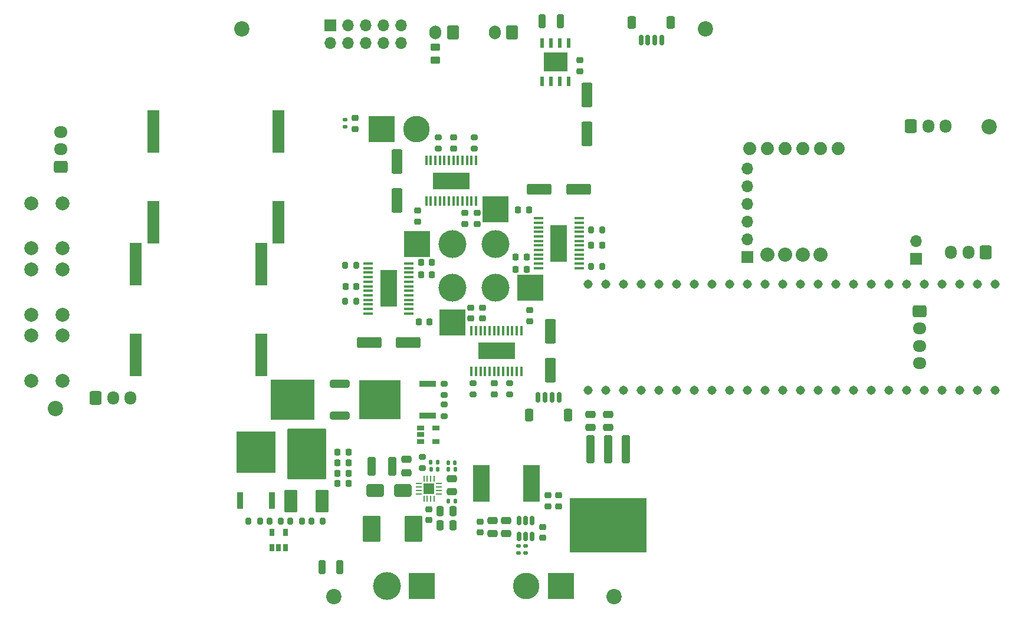
<source format=gbr>
%TF.GenerationSoftware,KiCad,Pcbnew,7.0.8*%
%TF.CreationDate,2023-11-18T19:30:01+11:00*%
%TF.ProjectId,Main 4.3,4d61696e-2034-42e3-932e-6b696361645f,rev?*%
%TF.SameCoordinates,Original*%
%TF.FileFunction,Soldermask,Top*%
%TF.FilePolarity,Negative*%
%FSLAX46Y46*%
G04 Gerber Fmt 4.6, Leading zero omitted, Abs format (unit mm)*
G04 Created by KiCad (PCBNEW 7.0.8) date 2023-11-18 19:30:01*
%MOMM*%
%LPD*%
G01*
G04 APERTURE LIST*
G04 Aperture macros list*
%AMRoundRect*
0 Rectangle with rounded corners*
0 $1 Rounding radius*
0 $2 $3 $4 $5 $6 $7 $8 $9 X,Y pos of 4 corners*
0 Add a 4 corners polygon primitive as box body*
4,1,4,$2,$3,$4,$5,$6,$7,$8,$9,$2,$3,0*
0 Add four circle primitives for the rounded corners*
1,1,$1+$1,$2,$3*
1,1,$1+$1,$4,$5*
1,1,$1+$1,$6,$7*
1,1,$1+$1,$8,$9*
0 Add four rect primitives between the rounded corners*
20,1,$1+$1,$2,$3,$4,$5,0*
20,1,$1+$1,$4,$5,$6,$7,0*
20,1,$1+$1,$6,$7,$8,$9,0*
20,1,$1+$1,$8,$9,$2,$3,0*%
G04 Aperture macros list end*
%ADD10R,1.796999X6.191199*%
%ADD11RoundRect,0.200000X0.275000X-0.200000X0.275000X0.200000X-0.275000X0.200000X-0.275000X-0.200000X0*%
%ADD12RoundRect,0.250000X-0.475000X0.250000X-0.475000X-0.250000X0.475000X-0.250000X0.475000X0.250000X0*%
%ADD13R,3.800000X3.800000*%
%ADD14C,3.800000*%
%ADD15RoundRect,0.225000X-0.250000X0.225000X-0.250000X-0.225000X0.250000X-0.225000X0.250000X0.225000X0*%
%ADD16RoundRect,0.250000X0.450000X-0.262500X0.450000X0.262500X-0.450000X0.262500X-0.450000X-0.262500X0*%
%ADD17RoundRect,0.250000X1.500000X0.550000X-1.500000X0.550000X-1.500000X-0.550000X1.500000X-0.550000X0*%
%ADD18R,1.700000X1.700000*%
%ADD19O,1.700000X1.700000*%
%ADD20RoundRect,0.250000X-0.250000X-0.750000X0.250000X-0.750000X0.250000X0.750000X-0.250000X0.750000X0*%
%ADD21C,2.200000*%
%ADD22RoundRect,0.330000X1.092000X0.247000X-1.092000X0.247000X-1.092000X-0.247000X1.092000X-0.247000X0*%
%ADD23RoundRect,0.102000X3.045000X2.815000X-3.045000X2.815000X-3.045000X-2.815000X3.045000X-2.815000X0*%
%ADD24RoundRect,0.225000X-0.225000X-0.250000X0.225000X-0.250000X0.225000X0.250000X-0.225000X0.250000X0*%
%ADD25RoundRect,0.225000X0.225000X0.250000X-0.225000X0.250000X-0.225000X-0.250000X0.225000X-0.250000X0*%
%ADD26C,2.000000*%
%ADD27RoundRect,0.150000X-0.150000X0.512500X-0.150000X-0.512500X0.150000X-0.512500X0.150000X0.512500X0*%
%ADD28RoundRect,0.250000X-1.000000X-0.650000X1.000000X-0.650000X1.000000X0.650000X-1.000000X0.650000X0*%
%ADD29RoundRect,0.250000X0.325000X1.100000X-0.325000X1.100000X-0.325000X-1.100000X0.325000X-1.100000X0*%
%ADD30RoundRect,0.200000X-0.275000X0.200000X-0.275000X-0.200000X0.275000X-0.200000X0.275000X0.200000X0*%
%ADD31RoundRect,0.250000X0.475000X-0.250000X0.475000X0.250000X-0.475000X0.250000X-0.475000X-0.250000X0*%
%ADD32RoundRect,0.225000X0.250000X-0.225000X0.250000X0.225000X-0.250000X0.225000X-0.250000X-0.225000X0*%
%ADD33RoundRect,0.250000X-0.600000X-0.725000X0.600000X-0.725000X0.600000X0.725000X-0.600000X0.725000X0*%
%ADD34O,1.700000X1.950000*%
%ADD35RoundRect,0.250000X0.250000X0.475000X-0.250000X0.475000X-0.250000X-0.475000X0.250000X-0.475000X0*%
%ADD36RoundRect,0.250000X-0.550000X1.500000X-0.550000X-1.500000X0.550000X-1.500000X0.550000X1.500000X0*%
%ADD37C,1.879600*%
%ADD38C,2.032000*%
%ADD39RoundRect,0.140000X-0.140000X-0.170000X0.140000X-0.170000X0.140000X0.170000X-0.140000X0.170000X0*%
%ADD40RoundRect,0.200000X0.200000X0.275000X-0.200000X0.275000X-0.200000X-0.275000X0.200000X-0.275000X0*%
%ADD41RoundRect,0.135000X-0.185000X0.135000X-0.185000X-0.135000X0.185000X-0.135000X0.185000X0.135000X0*%
%ADD42RoundRect,0.200000X-0.200000X-0.275000X0.200000X-0.275000X0.200000X0.275000X-0.200000X0.275000X0*%
%ADD43R,3.403600X2.717800*%
%ADD44R,0.558800X1.460500*%
%ADD45RoundRect,0.135000X-0.135000X-0.185000X0.135000X-0.185000X0.135000X0.185000X-0.135000X0.185000X0*%
%ADD46RoundRect,0.250000X0.725000X-0.600000X0.725000X0.600000X-0.725000X0.600000X-0.725000X-0.600000X0*%
%ADD47O,1.950000X1.700000*%
%ADD48RoundRect,0.250000X0.600000X0.725000X-0.600000X0.725000X-0.600000X-0.725000X0.600000X-0.725000X0*%
%ADD49R,2.413000X5.283200*%
%ADD50R,1.461999X0.354800*%
%ADD51R,0.939800X2.489200*%
%ADD52R,5.562600X5.918200*%
%ADD53R,5.283200X2.413000*%
%ADD54R,0.354800X1.461999*%
%ADD55C,4.000000*%
%ADD56RoundRect,0.150000X-0.150000X-0.625000X0.150000X-0.625000X0.150000X0.625000X-0.150000X0.625000X0*%
%ADD57RoundRect,0.250000X-0.350000X-0.650000X0.350000X-0.650000X0.350000X0.650000X-0.350000X0.650000X0*%
%ADD58R,0.700000X1.000000*%
%ADD59RoundRect,0.102000X1.175000X1.750000X-1.175000X1.750000X-1.175000X-1.750000X1.175000X-1.750000X0*%
%ADD60RoundRect,0.250000X0.550000X-1.500000X0.550000X1.500000X-0.550000X1.500000X-0.550000X-1.500000X0*%
%ADD61RoundRect,0.102000X-0.800100X-1.498600X0.800100X-1.498600X0.800100X1.498600X-0.800100X1.498600X0*%
%ADD62RoundRect,0.102000X-2.725800X-3.500000X2.725800X-3.500000X2.725800X3.500000X-2.725800X3.500000X0*%
%ADD63R,1.000000X0.700000*%
%ADD64R,2.489200X0.939800*%
%ADD65R,5.918200X5.562600*%
%ADD66RoundRect,0.150000X0.150000X0.625000X-0.150000X0.625000X-0.150000X-0.625000X0.150000X-0.625000X0*%
%ADD67RoundRect,0.250000X0.350000X0.650000X-0.350000X0.650000X-0.350000X-0.650000X0.350000X-0.650000X0*%
%ADD68C,1.308000*%
%ADD69RoundRect,0.218750X0.256250X-0.218750X0.256250X0.218750X-0.256250X0.218750X-0.256250X-0.218750X0*%
%ADD70R,2.413000X5.334000*%
%ADD71RoundRect,0.220800X-0.376200X1.776200X-0.376200X-1.776200X0.376200X-1.776200X0.376200X1.776200X0*%
%ADD72RoundRect,0.102000X-5.420000X3.810000X-5.420000X-3.810000X5.420000X-3.810000X5.420000X3.810000X0*%
%ADD73RoundRect,0.135000X0.185000X-0.135000X0.185000X0.135000X-0.185000X0.135000X-0.185000X-0.135000X0*%
%ADD74RoundRect,0.250000X-0.250000X-0.475000X0.250000X-0.475000X0.250000X0.475000X-0.250000X0.475000X0*%
%ADD75R,1.600000X1.600000*%
%ADD76RoundRect,0.062500X0.375000X-0.062500X0.375000X0.062500X-0.375000X0.062500X-0.375000X-0.062500X0*%
%ADD77RoundRect,0.062500X0.062500X-0.375000X0.062500X0.375000X-0.062500X0.375000X-0.062500X-0.375000X0*%
%ADD78RoundRect,0.250000X-1.500000X-0.550000X1.500000X-0.550000X1.500000X0.550000X-1.500000X0.550000X0*%
%ADD79RoundRect,0.250000X0.600000X0.750000X-0.600000X0.750000X-0.600000X-0.750000X0.600000X-0.750000X0*%
%ADD80O,1.700000X2.000000*%
%ADD81RoundRect,0.250000X-0.725000X0.600000X-0.725000X-0.600000X0.725000X-0.600000X0.725000X0.600000X0*%
G04 APERTURE END LIST*
D10*
%TO.C,C30*%
X104000000Y-130739700D03*
X104000000Y-143760300D03*
%TD*%
D11*
%TO.C,R20*%
X145750000Y-168575000D03*
X145750000Y-166925000D03*
%TD*%
D12*
%TO.C,C19*%
X140337500Y-177800000D03*
X140337500Y-179700000D03*
%TD*%
D13*
%TO.C,J1*%
X162500000Y-196000000D03*
D14*
X157500000Y-196000000D03*
%TD*%
D15*
%TO.C,C120*%
X141975000Y-142075000D03*
X141975000Y-143625000D03*
%TD*%
D16*
%TO.C,R13*%
X144500000Y-120412500D03*
X144500000Y-118587500D03*
%TD*%
D17*
%TO.C,C113*%
X140579000Y-161025000D03*
X134979000Y-161025000D03*
%TD*%
D18*
%TO.C,J7*%
X213500000Y-149025000D03*
D19*
X213500000Y-146485000D03*
%TD*%
D20*
%TO.C,J15*%
X159850000Y-114900000D03*
%TD*%
D21*
%TO.C,H6*%
X90000000Y-170500000D03*
%TD*%
D22*
%TO.C,D3*%
X130740000Y-171536000D03*
D23*
X123990000Y-169250000D03*
D22*
X130740000Y-166964000D03*
%TD*%
D24*
%TO.C,C26*%
X130464400Y-181266352D03*
X132014400Y-181266352D03*
%TD*%
D11*
%TO.C,R111*%
X144875000Y-133175000D03*
X144875000Y-131525000D03*
%TD*%
D25*
%TO.C,C27*%
X132014400Y-179766352D03*
X130464400Y-179766352D03*
%TD*%
%TO.C,C29*%
X132014400Y-176766352D03*
X130464400Y-176766352D03*
%TD*%
D26*
%TO.C,SW2*%
X86500000Y-157000000D03*
X86500000Y-150500000D03*
X91000000Y-157000000D03*
X91000000Y-150500000D03*
%TD*%
D27*
%TO.C,U1*%
X158384750Y-186612500D03*
X157434750Y-186612500D03*
X156484750Y-186612500D03*
X156484750Y-188887500D03*
X157434750Y-188887500D03*
X158384750Y-188887500D03*
%TD*%
D12*
%TO.C,C4*%
X154684750Y-186550000D03*
X154684750Y-188450000D03*
%TD*%
D24*
%TO.C,C114*%
X142425000Y-151275000D03*
X143975000Y-151275000D03*
%TD*%
D25*
%TO.C,C105*%
X157925000Y-141975000D03*
X156375000Y-141975000D03*
%TD*%
D28*
%TO.C,D1*%
X135837500Y-182250000D03*
X139837500Y-182250000D03*
%TD*%
D29*
%TO.C,C18*%
X138312500Y-178750000D03*
X135362500Y-178750000D03*
%TD*%
D30*
%TO.C,R112*%
X150075000Y-131525000D03*
X150075000Y-133175000D03*
%TD*%
D31*
%TO.C,C7*%
X166750000Y-173200000D03*
X166750000Y-171300000D03*
%TD*%
D32*
%TO.C,C9*%
X143587500Y-186525000D03*
X143587500Y-184975000D03*
%TD*%
D33*
%TO.C,J18*%
X95750000Y-168975000D03*
D34*
X98250000Y-168975000D03*
X100750000Y-168975000D03*
%TD*%
D35*
%TO.C,C12*%
X147037500Y-185250000D03*
X145137500Y-185250000D03*
%TD*%
D15*
%TO.C,C13*%
X162184750Y-182975000D03*
X162184750Y-184525000D03*
%TD*%
D36*
%TO.C,C108*%
X161025000Y-159421000D03*
X161025000Y-165021000D03*
%TD*%
D21*
%TO.C,H9*%
X183300000Y-116000000D03*
%TD*%
D10*
%TO.C,C32*%
X119500000Y-162760300D03*
X119500000Y-149739700D03*
%TD*%
D37*
%TO.C,U4*%
X202350000Y-133130000D03*
X199810000Y-133130000D03*
X197270000Y-133130000D03*
X194730000Y-133130000D03*
X192190000Y-133130000D03*
X189650000Y-133130000D03*
D38*
X199810000Y-148370000D03*
X197270000Y-148370000D03*
X194730000Y-148370000D03*
X192190000Y-148370000D03*
%TD*%
D39*
%TO.C,C5*%
X143857500Y-179225000D03*
X144817500Y-179225000D03*
%TD*%
D11*
%TO.C,R106*%
X149925000Y-168475000D03*
X149925000Y-166825000D03*
%TD*%
D10*
%TO.C,C33*%
X101500000Y-162760300D03*
X101500000Y-149739700D03*
%TD*%
D40*
%TO.C,R103*%
X168475000Y-150075000D03*
X166825000Y-150075000D03*
%TD*%
D41*
%TO.C,R5*%
X156434750Y-190240000D03*
X156434750Y-191260000D03*
%TD*%
D33*
%TO.C,J16*%
X212750000Y-129975000D03*
D34*
X215250000Y-129975000D03*
X217750000Y-129975000D03*
%TD*%
D42*
%TO.C,R42*%
X120675000Y-186625452D03*
X122325000Y-186625452D03*
%TD*%
D20*
%TO.C,J3*%
X128250000Y-193250000D03*
%TD*%
D39*
%TO.C,C11*%
X146357500Y-178250000D03*
X147317500Y-178250000D03*
%TD*%
D26*
%TO.C,SW1*%
X86500000Y-147500000D03*
X86500000Y-141000000D03*
X91000000Y-147500000D03*
X91000000Y-141000000D03*
%TD*%
D25*
%TO.C,C102*%
X157575000Y-150475000D03*
X156025000Y-150475000D03*
%TD*%
D32*
%TO.C,C107*%
X149525000Y-157575000D03*
X149525000Y-156025000D03*
%TD*%
D43*
%TO.C,U12*%
X161750000Y-120750000D03*
D44*
X159845000Y-118025850D03*
X161115000Y-118025850D03*
X162385000Y-118025850D03*
X163655000Y-118025850D03*
X163655000Y-123474150D03*
X162385000Y-123474150D03*
X161115000Y-123474150D03*
X159845000Y-123474150D03*
%TD*%
D45*
%TO.C,R9*%
X143827500Y-178225000D03*
X144847500Y-178225000D03*
%TD*%
D32*
%TO.C,C110*%
X158025000Y-157925000D03*
X158025000Y-156375000D03*
%TD*%
D15*
%TO.C,C119*%
X148725000Y-142425000D03*
X148725000Y-143975000D03*
%TD*%
D46*
%TO.C,J19*%
X90725000Y-135750000D03*
D47*
X90725000Y-133250000D03*
X90725000Y-130750000D03*
%TD*%
D30*
%TO.C,R105*%
X155125000Y-166825000D03*
X155125000Y-168475000D03*
%TD*%
D42*
%TO.C,R41*%
X117675000Y-186625452D03*
X119325000Y-186625452D03*
%TD*%
D48*
%TO.C,J17*%
X223500000Y-148025000D03*
D34*
X221000000Y-148025000D03*
X218500000Y-148025000D03*
%TD*%
D15*
%TO.C,C117*%
X150475000Y-142425000D03*
X150475000Y-143975000D03*
%TD*%
D30*
%TO.C,R8*%
X142587500Y-177425000D03*
X142587500Y-179075000D03*
%TD*%
D49*
%TO.C,U101*%
X162221000Y-146750001D03*
D50*
X159300000Y-150325000D03*
X159300000Y-149674999D03*
X159300000Y-149025000D03*
X159300000Y-148374999D03*
X159300000Y-147725000D03*
X159300000Y-147074999D03*
X159300000Y-146425000D03*
X159300000Y-145775002D03*
X159300000Y-145125000D03*
X159300000Y-144475002D03*
X159300000Y-143825001D03*
X159300000Y-143175002D03*
X165142000Y-143175002D03*
X165142000Y-143825003D03*
X165142000Y-144475002D03*
X165142000Y-145125003D03*
X165142000Y-145775002D03*
X165142000Y-146425003D03*
X165142000Y-147075002D03*
X165142000Y-147725003D03*
X165142000Y-148375002D03*
X165142000Y-149025003D03*
X165142000Y-149675001D03*
X165142000Y-150325000D03*
%TD*%
D51*
%TO.C,Q3*%
X116427300Y-183672752D03*
D52*
X118713300Y-176751252D03*
D51*
X120999300Y-183672752D03*
%TD*%
D40*
%TO.C,R108*%
X133175000Y-155125000D03*
X131525000Y-155125000D03*
%TD*%
D31*
%TO.C,C3*%
X169250000Y-173200000D03*
X169250000Y-171300000D03*
%TD*%
D15*
%TO.C,C52*%
X165250000Y-120475000D03*
X165250000Y-122025000D03*
%TD*%
D40*
%TO.C,R43*%
X128325000Y-186625452D03*
X126675000Y-186625452D03*
%TD*%
D20*
%TO.C,J4*%
X130750000Y-193250000D03*
%TD*%
D15*
%TO.C,C116*%
X147075000Y-131575000D03*
X147075000Y-133125000D03*
%TD*%
D18*
%TO.C,J8*%
X129450000Y-115460000D03*
D19*
X129450000Y-118000000D03*
X131990000Y-115460000D03*
X131990000Y-118000000D03*
X134530000Y-115460000D03*
X134530000Y-118000000D03*
X137070000Y-115460000D03*
X137070000Y-118000000D03*
X139610000Y-115460000D03*
X139610000Y-118000000D03*
%TD*%
D21*
%TO.C,H1*%
X224000000Y-130000000D03*
%TD*%
D53*
%TO.C,U102*%
X153249999Y-162221000D03*
D54*
X149675000Y-159300000D03*
X150325001Y-159300000D03*
X150975000Y-159300000D03*
X151625001Y-159300000D03*
X152275000Y-159300000D03*
X152925001Y-159300000D03*
X153575000Y-159300000D03*
X154224998Y-159300000D03*
X154875000Y-159300000D03*
X155524998Y-159300000D03*
X156174999Y-159300000D03*
X156824998Y-159300000D03*
X156824998Y-165142000D03*
X156174997Y-165142000D03*
X155524998Y-165142000D03*
X154874997Y-165142000D03*
X154224998Y-165142000D03*
X153574997Y-165142000D03*
X152924998Y-165142000D03*
X152274997Y-165142000D03*
X151624998Y-165142000D03*
X150974997Y-165142000D03*
X150324999Y-165142000D03*
X149675000Y-165142000D03*
%TD*%
D25*
%TO.C,C104*%
X157575000Y-148725000D03*
X156025000Y-148725000D03*
%TD*%
D42*
%TO.C,R109*%
X131525000Y-149925000D03*
X133175000Y-149925000D03*
%TD*%
D15*
%TO.C,C6*%
X150934750Y-186725000D03*
X150934750Y-188275000D03*
%TD*%
D11*
%TO.C,R19*%
X145750000Y-171575000D03*
X145750000Y-169925000D03*
%TD*%
D13*
%TO.C,J2*%
X142500000Y-196000000D03*
D55*
X137500000Y-196000000D03*
%TD*%
D56*
%TO.C,J20*%
X174000000Y-117575000D03*
X175000000Y-117575000D03*
X176000000Y-117575000D03*
X177000000Y-117575000D03*
D57*
X172700000Y-115050000D03*
X178300000Y-115050000D03*
%TD*%
D58*
%TO.C,U13*%
X121041868Y-190497583D03*
X121991869Y-190497583D03*
X122941870Y-190497583D03*
X122941870Y-188298583D03*
X121041868Y-188298583D03*
%TD*%
D59*
%TO.C,L3*%
X141362500Y-187750000D03*
X135312500Y-187750000D03*
%TD*%
D10*
%TO.C,C31*%
X122000000Y-130739700D03*
X122000000Y-143760300D03*
%TD*%
D21*
%TO.C,H3*%
X170100000Y-197500000D03*
%TD*%
D15*
%TO.C,C10*%
X159934750Y-187475000D03*
X159934750Y-189025000D03*
%TD*%
D45*
%TO.C,R2*%
X146327500Y-183750000D03*
X147347500Y-183750000D03*
%TD*%
D26*
%TO.C,SW3*%
X86500000Y-166500000D03*
X86500000Y-160000000D03*
X91000000Y-166500000D03*
X91000000Y-160000000D03*
%TD*%
D60*
%TO.C,C118*%
X138975000Y-140579000D03*
X138975000Y-134979000D03*
%TD*%
D21*
%TO.C,H4*%
X129900000Y-197500000D03*
%TD*%
D20*
%TO.C,J14*%
X162400000Y-114900000D03*
%TD*%
D24*
%TO.C,C112*%
X142425000Y-149525000D03*
X143975000Y-149525000D03*
%TD*%
D32*
%TO.C,C106*%
X152925000Y-168425000D03*
X152925000Y-166875000D03*
%TD*%
D61*
%TO.C,Q4*%
X123739400Y-183766352D03*
X128209800Y-183766352D03*
D62*
X126000000Y-176985952D03*
%TD*%
D63*
%TO.C,U7*%
X142400500Y-173299999D03*
X142400500Y-174250000D03*
X142400500Y-175200001D03*
X144599500Y-175200001D03*
X144599500Y-173299999D03*
%TD*%
D25*
%TO.C,C101*%
X168425000Y-147075000D03*
X166875000Y-147075000D03*
%TD*%
D12*
%TO.C,C8*%
X146837500Y-180550000D03*
X146837500Y-182450000D03*
%TD*%
D41*
%TO.C,R52*%
X131500000Y-129040000D03*
X131500000Y-130060000D03*
%TD*%
D21*
%TO.C,H8*%
X116700000Y-116000000D03*
%TD*%
D36*
%TO.C,C51*%
X166250000Y-125450000D03*
X166250000Y-131050000D03*
%TD*%
D53*
%TO.C,U104*%
X146750001Y-137779000D03*
D54*
X150325000Y-140700000D03*
X149674999Y-140700000D03*
X149025000Y-140700000D03*
X148374999Y-140700000D03*
X147725000Y-140700000D03*
X147074999Y-140700000D03*
X146425000Y-140700000D03*
X145775002Y-140700000D03*
X145125000Y-140700000D03*
X144475002Y-140700000D03*
X143825001Y-140700000D03*
X143175002Y-140700000D03*
X143175002Y-134858000D03*
X143825003Y-134858000D03*
X144475002Y-134858000D03*
X145125003Y-134858000D03*
X145775002Y-134858000D03*
X146425003Y-134858000D03*
X147075002Y-134858000D03*
X147725003Y-134858000D03*
X148375002Y-134858000D03*
X149025003Y-134858000D03*
X149675001Y-134858000D03*
X150325000Y-134858000D03*
%TD*%
D64*
%TO.C,Q2*%
X143406900Y-171536000D03*
D65*
X136485400Y-169250000D03*
D64*
X143406900Y-166964000D03*
%TD*%
D66*
%TO.C,J21*%
X162250000Y-168925000D03*
X161250000Y-168925000D03*
X160250000Y-168925000D03*
X159250000Y-168925000D03*
D67*
X163550000Y-171450000D03*
X157950000Y-171450000D03*
%TD*%
D42*
%TO.C,R102*%
X166825000Y-144875000D03*
X168475000Y-144875000D03*
%TD*%
D68*
%TO.C,U6*%
X222270000Y-152630000D03*
X219730000Y-152630000D03*
X217190000Y-152630000D03*
X214650000Y-152630000D03*
X189250000Y-152630000D03*
X219730000Y-167870000D03*
X212110000Y-152630000D03*
X209570000Y-152630000D03*
X207030000Y-152630000D03*
X204490000Y-152630000D03*
X201950000Y-152630000D03*
X199410000Y-152630000D03*
X196870000Y-152630000D03*
X194330000Y-152630000D03*
X191790000Y-152630000D03*
X191790000Y-167870000D03*
X194330000Y-167870000D03*
X196870000Y-167870000D03*
X199410000Y-167870000D03*
X201950000Y-167870000D03*
X204490000Y-167870000D03*
X207030000Y-167870000D03*
X209570000Y-167870000D03*
X212110000Y-167870000D03*
X214650000Y-167870000D03*
X217190000Y-167870000D03*
X186710000Y-152630000D03*
X184170000Y-152630000D03*
X181630000Y-152630000D03*
X179090000Y-152630000D03*
X176550000Y-152630000D03*
X174010000Y-152630000D03*
X171470000Y-152630000D03*
X168930000Y-152630000D03*
X166390000Y-152630000D03*
X166390000Y-167870000D03*
X168930000Y-167870000D03*
X171470000Y-167870000D03*
X174010000Y-167870000D03*
X176550000Y-167870000D03*
X179090000Y-167870000D03*
X181630000Y-167870000D03*
X184170000Y-167870000D03*
X186710000Y-167870000D03*
X224810000Y-152630000D03*
X189250000Y-167870000D03*
X222270000Y-167870000D03*
X224810000Y-167870000D03*
%TD*%
D24*
%TO.C,C111*%
X131575000Y-152925000D03*
X133125000Y-152925000D03*
%TD*%
D42*
%TO.C,R44*%
X123675000Y-186625452D03*
X125325000Y-186625452D03*
%TD*%
D69*
%TO.C,D7*%
X133000000Y-130337500D03*
X133000000Y-128762500D03*
%TD*%
D45*
%TO.C,R3*%
X146327500Y-179250000D03*
X147347500Y-179250000D03*
%TD*%
D70*
%TO.C,L1*%
X151065250Y-181250000D03*
X158304250Y-181250000D03*
%TD*%
D49*
%TO.C,U103*%
X137779000Y-153249999D03*
D50*
X140700000Y-149675000D03*
X140700000Y-150325001D03*
X140700000Y-150975000D03*
X140700000Y-151625001D03*
X140700000Y-152275000D03*
X140700000Y-152925001D03*
X140700000Y-153575000D03*
X140700000Y-154224998D03*
X140700000Y-154875000D03*
X140700000Y-155524998D03*
X140700000Y-156174999D03*
X140700000Y-156824998D03*
X134858000Y-156824998D03*
X134858000Y-156174997D03*
X134858000Y-155524998D03*
X134858000Y-154874997D03*
X134858000Y-154224998D03*
X134858000Y-153574997D03*
X134858000Y-152924998D03*
X134858000Y-152274997D03*
X134858000Y-151624998D03*
X134858000Y-150974997D03*
X134858000Y-150324999D03*
X134858000Y-149675000D03*
%TD*%
D24*
%TO.C,C115*%
X142075000Y-158025000D03*
X143625000Y-158025000D03*
%TD*%
D32*
%TO.C,C109*%
X151275000Y-157575000D03*
X151275000Y-156025000D03*
%TD*%
D71*
%TO.C,U3*%
X171790000Y-176350000D03*
X169250000Y-176350000D03*
X166710000Y-176350000D03*
D72*
X169250000Y-187230000D03*
%TD*%
D12*
%TO.C,C1*%
X152684750Y-186550000D03*
X152684750Y-188450000D03*
%TD*%
D15*
%TO.C,C14*%
X160684750Y-182975000D03*
X160684750Y-184525000D03*
%TD*%
D73*
%TO.C,R4*%
X157434750Y-191260000D03*
X157434750Y-190240000D03*
%TD*%
D74*
%TO.C,C2*%
X145137500Y-187250000D03*
X147037500Y-187250000D03*
%TD*%
D75*
%TO.C,U2*%
X143587500Y-182000000D03*
D76*
X142150000Y-182750000D03*
X142150000Y-182250000D03*
X142150000Y-181750000D03*
X142150000Y-181250000D03*
D77*
X142837500Y-180562500D03*
X143337500Y-180562500D03*
X143837500Y-180562500D03*
X144337500Y-180562500D03*
D76*
X145025000Y-181250000D03*
X145025000Y-181750000D03*
X145025000Y-182250000D03*
X145025000Y-182750000D03*
D77*
X144337500Y-183437500D03*
X143837500Y-183437500D03*
X143337500Y-183437500D03*
X142837500Y-183437500D03*
%TD*%
D24*
%TO.C,C28*%
X130464400Y-178266352D03*
X132014400Y-178266352D03*
%TD*%
D78*
%TO.C,C103*%
X159421000Y-138975000D03*
X165021000Y-138975000D03*
%TD*%
D79*
%TO.C,D2*%
X147000000Y-116475000D03*
D80*
X144500000Y-116475000D03*
%TD*%
D13*
%TO.C,J9*%
X136750000Y-130350000D03*
D14*
X141750000Y-130350000D03*
%TD*%
D18*
%TO.C,U5*%
X189250000Y-148750000D03*
D19*
X189250000Y-146210000D03*
X189250000Y-143670000D03*
X189250000Y-141130000D03*
X189250000Y-138590000D03*
X189250000Y-136050000D03*
%TD*%
D79*
%TO.C,Q1*%
X155500000Y-116475000D03*
D80*
X153000000Y-116475000D03*
%TD*%
D13*
%TO.C,J13*%
X141900000Y-146900000D03*
D55*
X146900000Y-146900000D03*
%TD*%
D13*
%TO.C,J10*%
X153100000Y-141900000D03*
D55*
X153100000Y-146900000D03*
%TD*%
D13*
%TO.C,J11*%
X158100000Y-153100000D03*
D55*
X153100000Y-153100000D03*
%TD*%
D81*
%TO.C,J5*%
X213975000Y-156500000D03*
D47*
X213975000Y-159000000D03*
X213975000Y-161500000D03*
X213975000Y-164000000D03*
%TD*%
D13*
%TO.C,J12*%
X146900000Y-158100000D03*
D55*
X146900000Y-153100000D03*
%TD*%
M02*

</source>
